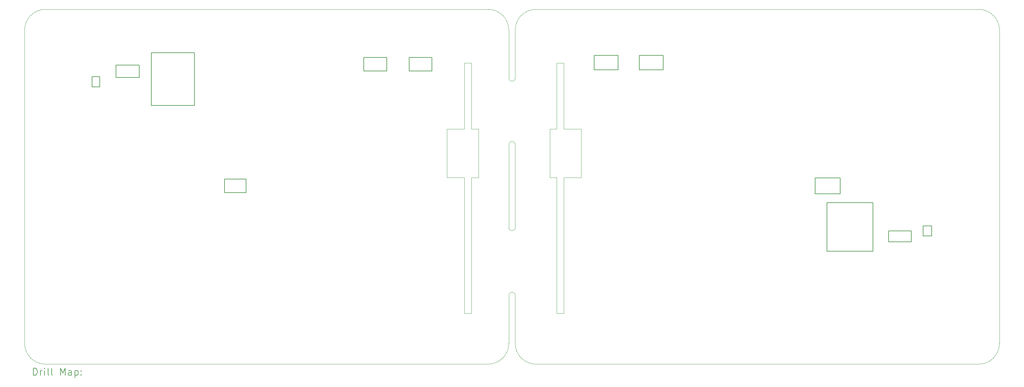
<source format=gbr>
%TF.GenerationSoftware,KiCad,Pcbnew,(6.0.9-0)*%
%TF.CreationDate,2022-12-15T09:10:32+08:00*%
%TF.ProjectId,3.1HeatingElement,332e3148-6561-4746-996e-67456c656d65,rev?*%
%TF.SameCoordinates,Original*%
%TF.FileFunction,Drillmap*%
%TF.FilePolarity,Positive*%
%FSLAX45Y45*%
G04 Gerber Fmt 4.5, Leading zero omitted, Abs format (unit mm)*
G04 Created by KiCad (PCBNEW (6.0.9-0)) date 2022-12-15 09:10:32*
%MOMM*%
%LPD*%
G01*
G04 APERTURE LIST*
%ADD10C,0.050000*%
%ADD11C,0.150000*%
%ADD12C,0.100000*%
%ADD13C,0.200000*%
G04 APERTURE END LIST*
D10*
X14720000Y-10980000D02*
G75*
G03*
X14900000Y-10980000I90000J0D01*
G01*
D11*
X2754440Y-6930000D02*
X2974440Y-6930000D01*
X2974440Y-6930000D02*
X2974440Y-6630000D01*
X2974440Y-6630000D02*
X2754440Y-6630000D01*
X2754440Y-6630000D02*
X2754440Y-6930000D01*
D10*
X14720000Y-6680000D02*
G75*
G03*
X14900000Y-6680000I90000J0D01*
G01*
D12*
X14120000Y-14900000D02*
G75*
G03*
X14720000Y-14300000I0J600000D01*
G01*
D11*
X6554440Y-9970000D02*
X7174440Y-9970000D01*
X7174440Y-9970000D02*
X7174440Y-9580000D01*
X7174440Y-9580000D02*
X6554440Y-9580000D01*
X6554440Y-9580000D02*
X6554440Y-9970000D01*
D10*
X16294440Y-9540000D02*
X16294440Y-13440000D01*
X12944440Y-8140000D02*
X13444440Y-8140000D01*
X13444440Y-13440000D02*
X13444440Y-9540000D01*
D11*
X17165000Y-6440000D02*
X17855000Y-6440000D01*
X17855000Y-6440000D02*
X17855000Y-6020000D01*
X17855000Y-6020000D02*
X17165000Y-6020000D01*
X17165000Y-6020000D02*
X17165000Y-6440000D01*
D10*
X13444440Y-6240000D02*
X13644440Y-6240000D01*
X28200000Y-14900000D02*
X15500000Y-14900000D01*
D12*
X14720000Y-5300000D02*
G75*
G03*
X14120000Y-4700000I-600000J0D01*
G01*
D10*
X14900000Y-12920000D02*
G75*
G03*
X14720000Y-12920000I-90000J0D01*
G01*
D11*
X10554440Y-6470000D02*
X11214440Y-6470000D01*
X11214440Y-6470000D02*
X11214440Y-6080000D01*
X11214440Y-6080000D02*
X10554440Y-6080000D01*
X10554440Y-6080000D02*
X10554440Y-6470000D01*
D10*
X14900000Y-8585000D02*
X14900000Y-10980000D01*
D11*
X18460000Y-6440000D02*
X19150000Y-6440000D01*
X19150000Y-6440000D02*
X19150000Y-6020000D01*
X19150000Y-6020000D02*
X18460000Y-6020000D01*
X18460000Y-6020000D02*
X18460000Y-6440000D01*
D10*
X12944440Y-9540000D02*
X12944440Y-8140000D01*
X16294440Y-13440000D02*
X16094440Y-13440000D01*
X28800000Y-5300000D02*
X28800000Y-14300000D01*
X14720000Y-12920000D02*
X14720000Y-14300000D01*
D12*
X15500000Y-4700000D02*
G75*
G03*
X14900000Y-5300000I0J-600000D01*
G01*
D10*
X13844440Y-9540000D02*
X13644440Y-9540000D01*
X15894440Y-8140000D02*
X16094440Y-8140000D01*
X16794440Y-8140000D02*
X16794440Y-9540000D01*
X820000Y-5300000D02*
X820000Y-14300000D01*
D12*
X14900000Y-14300000D02*
G75*
G03*
X15500000Y-14900000I600000J0D01*
G01*
X1420000Y-4700000D02*
G75*
G03*
X820000Y-5300000I0J-600000D01*
G01*
D10*
X13644440Y-6240000D02*
X13644440Y-8140000D01*
D11*
X23510000Y-10000000D02*
X24230000Y-10000000D01*
X24230000Y-10000000D02*
X24230000Y-9550000D01*
X24230000Y-9550000D02*
X23510000Y-9550000D01*
X23510000Y-9550000D02*
X23510000Y-10000000D01*
X23847749Y-11651091D02*
X25167749Y-11651091D01*
X25167749Y-11651091D02*
X25167749Y-10261091D01*
X25167749Y-10261091D02*
X23847749Y-10261091D01*
X23847749Y-10261091D02*
X23847749Y-11651091D01*
D10*
X14720000Y-6680000D02*
X14720000Y-5300000D01*
X1420000Y-4700000D02*
X14120000Y-4700000D01*
X15894440Y-9540000D02*
X15894440Y-8140000D01*
X1420000Y-14900000D02*
X14120000Y-14900000D01*
D11*
X25620000Y-11380000D02*
X26270000Y-11380000D01*
X26270000Y-11380000D02*
X26270000Y-11070000D01*
X26270000Y-11070000D02*
X25620000Y-11070000D01*
X25620000Y-11070000D02*
X25620000Y-11380000D01*
D10*
X13444440Y-9540000D02*
X12944440Y-9540000D01*
X13644440Y-8140000D02*
X13844440Y-8140000D01*
D11*
X4454440Y-5950000D02*
X5694440Y-5950000D01*
X5694440Y-5950000D02*
X5694440Y-7460000D01*
X5694440Y-7460000D02*
X4454440Y-7460000D01*
X4454440Y-7460000D02*
X4454440Y-5950000D01*
D12*
X28800000Y-5300000D02*
G75*
G03*
X28200000Y-4700000I-600000J0D01*
G01*
D11*
X3444440Y-6660000D02*
X4114440Y-6660000D01*
X4114440Y-6660000D02*
X4114440Y-6300000D01*
X4114440Y-6300000D02*
X3444440Y-6300000D01*
X3444440Y-6300000D02*
X3444440Y-6660000D01*
D10*
X16294440Y-6240000D02*
X16294440Y-8140000D01*
X16094440Y-9540000D02*
X15894440Y-9540000D01*
X14900000Y-5300000D02*
X14900000Y-6680000D01*
X16794440Y-9540000D02*
X16294440Y-9540000D01*
X13444440Y-8140000D02*
X13444440Y-6240000D01*
X13644440Y-9540000D02*
X13644440Y-13440000D01*
D12*
X820000Y-14300000D02*
G75*
G03*
X1420000Y-14900000I600000J0D01*
G01*
D10*
X16094440Y-8140000D02*
X16094440Y-6240000D01*
D12*
X28200000Y-14900000D02*
G75*
G03*
X28800000Y-14300000I0J600000D01*
G01*
D10*
X16094440Y-6240000D02*
X16294440Y-6240000D01*
X16094440Y-13440000D02*
X16094440Y-9540000D01*
X14900000Y-12920000D02*
X14900000Y-14300000D01*
D11*
X11854440Y-6470000D02*
X12514440Y-6470000D01*
X12514440Y-6470000D02*
X12514440Y-6080000D01*
X12514440Y-6080000D02*
X11854440Y-6080000D01*
X11854440Y-6080000D02*
X11854440Y-6470000D01*
D10*
X13844440Y-8140000D02*
X13844440Y-9540000D01*
X16294440Y-8140000D02*
X16794440Y-8140000D01*
X14900000Y-8585000D02*
G75*
G03*
X14720000Y-8585000I-90000J0D01*
G01*
D11*
X26610000Y-11210000D02*
X26850000Y-11210000D01*
X26850000Y-11210000D02*
X26850000Y-10930000D01*
X26850000Y-10930000D02*
X26610000Y-10930000D01*
X26610000Y-10930000D02*
X26610000Y-11210000D01*
D10*
X14720000Y-8585000D02*
X14720000Y-10980000D01*
X28200000Y-4700000D02*
X15500000Y-4700000D01*
X13644440Y-13440000D02*
X13444440Y-13440000D01*
D13*
X1072619Y-15215476D02*
X1072619Y-15015476D01*
X1120238Y-15015476D01*
X1148810Y-15025000D01*
X1167857Y-15044048D01*
X1177381Y-15063095D01*
X1186905Y-15101190D01*
X1186905Y-15129762D01*
X1177381Y-15167857D01*
X1167857Y-15186905D01*
X1148810Y-15205952D01*
X1120238Y-15215476D01*
X1072619Y-15215476D01*
X1272619Y-15215476D02*
X1272619Y-15082143D01*
X1272619Y-15120238D02*
X1282143Y-15101190D01*
X1291667Y-15091667D01*
X1310714Y-15082143D01*
X1329762Y-15082143D01*
X1396429Y-15215476D02*
X1396429Y-15082143D01*
X1396429Y-15015476D02*
X1386905Y-15025000D01*
X1396429Y-15034524D01*
X1405952Y-15025000D01*
X1396429Y-15015476D01*
X1396429Y-15034524D01*
X1520238Y-15215476D02*
X1501190Y-15205952D01*
X1491667Y-15186905D01*
X1491667Y-15015476D01*
X1625000Y-15215476D02*
X1605952Y-15205952D01*
X1596428Y-15186905D01*
X1596428Y-15015476D01*
X1853571Y-15215476D02*
X1853571Y-15015476D01*
X1920238Y-15158333D01*
X1986905Y-15015476D01*
X1986905Y-15215476D01*
X2167857Y-15215476D02*
X2167857Y-15110714D01*
X2158333Y-15091667D01*
X2139286Y-15082143D01*
X2101190Y-15082143D01*
X2082143Y-15091667D01*
X2167857Y-15205952D02*
X2148810Y-15215476D01*
X2101190Y-15215476D01*
X2082143Y-15205952D01*
X2072619Y-15186905D01*
X2072619Y-15167857D01*
X2082143Y-15148809D01*
X2101190Y-15139286D01*
X2148810Y-15139286D01*
X2167857Y-15129762D01*
X2263095Y-15082143D02*
X2263095Y-15282143D01*
X2263095Y-15091667D02*
X2282143Y-15082143D01*
X2320238Y-15082143D01*
X2339286Y-15091667D01*
X2348810Y-15101190D01*
X2358333Y-15120238D01*
X2358333Y-15177381D01*
X2348810Y-15196428D01*
X2339286Y-15205952D01*
X2320238Y-15215476D01*
X2282143Y-15215476D01*
X2263095Y-15205952D01*
X2444048Y-15196428D02*
X2453571Y-15205952D01*
X2444048Y-15215476D01*
X2434524Y-15205952D01*
X2444048Y-15196428D01*
X2444048Y-15215476D01*
X2444048Y-15091667D02*
X2453571Y-15101190D01*
X2444048Y-15110714D01*
X2434524Y-15101190D01*
X2444048Y-15091667D01*
X2444048Y-15110714D01*
M02*

</source>
